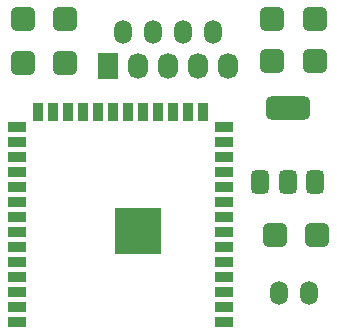
<source format=gts>
G04 #@! TF.GenerationSoftware,KiCad,Pcbnew,8.0.6-8.0.6-0~ubuntu24.04.1*
G04 #@! TF.CreationDate,2024-10-30T09:26:46+01:00*
G04 #@! TF.ProjectId,clock_pcb,636c6f63-6b5f-4706-9362-2e6b69636164,rev?*
G04 #@! TF.SameCoordinates,Original*
G04 #@! TF.FileFunction,Soldermask,Top*
G04 #@! TF.FilePolarity,Negative*
%FSLAX46Y46*%
G04 Gerber Fmt 4.6, Leading zero omitted, Abs format (unit mm)*
G04 Created by KiCad (PCBNEW 8.0.6-8.0.6-0~ubuntu24.04.1) date 2024-10-30 09:26:46*
%MOMM*%
%LPD*%
G01*
G04 APERTURE LIST*
G04 Aperture macros list*
%AMRoundRect*
0 Rectangle with rounded corners*
0 $1 Rounding radius*
0 $2 $3 $4 $5 $6 $7 $8 $9 X,Y pos of 4 corners*
0 Add a 4 corners polygon primitive as box body*
4,1,4,$2,$3,$4,$5,$6,$7,$8,$9,$2,$3,0*
0 Add four circle primitives for the rounded corners*
1,1,$1+$1,$2,$3*
1,1,$1+$1,$4,$5*
1,1,$1+$1,$6,$7*
1,1,$1+$1,$8,$9*
0 Add four rect primitives between the rounded corners*
20,1,$1+$1,$2,$3,$4,$5,0*
20,1,$1+$1,$4,$5,$6,$7,0*
20,1,$1+$1,$6,$7,$8,$9,0*
20,1,$1+$1,$8,$9,$2,$3,0*%
G04 Aperture macros list end*
%ADD10RoundRect,0.384616X-0.615384X-0.615384X0.615384X-0.615384X0.615384X0.615384X-0.615384X0.615384X0*%
%ADD11R,1.500000X0.900000*%
%ADD12R,0.900000X1.500000*%
%ADD13C,1.700000*%
%ADD14C,2.000000*%
%ADD15R,3.900000X3.900000*%
%ADD16R,1.700000X2.200000*%
%ADD17O,1.700000X2.200000*%
%ADD18RoundRect,0.384616X0.615384X0.615384X-0.615384X0.615384X-0.615384X-0.615384X0.615384X-0.615384X0*%
%ADD19RoundRect,0.375000X0.375000X-0.625000X0.375000X0.625000X-0.375000X0.625000X-0.375000X-0.625000X0*%
%ADD20RoundRect,0.500000X1.400000X-0.500000X1.400000X0.500000X-1.400000X0.500000X-1.400000X-0.500000X0*%
%ADD21O,1.524000X2.000000*%
G04 APERTURE END LIST*
D10*
X122600000Y-104650000D03*
X126200000Y-104650000D03*
D11*
X118485000Y-126700000D03*
X118485000Y-125430000D03*
X118485000Y-124160000D03*
X118485000Y-122890000D03*
X118485000Y-121620000D03*
X118485000Y-120350000D03*
X118485000Y-119080000D03*
X118485000Y-117810000D03*
X118485000Y-116540000D03*
X118485000Y-115270000D03*
X118485000Y-114000000D03*
X118485000Y-112730000D03*
X118485000Y-111460000D03*
X118485000Y-110190000D03*
D12*
X116720000Y-108940000D03*
X115450000Y-108940000D03*
X114180000Y-108940000D03*
X112910000Y-108940000D03*
X111640000Y-108940000D03*
X110370000Y-108940000D03*
X109100000Y-108940000D03*
X107830000Y-108940000D03*
X106560000Y-108940000D03*
X105290000Y-108940000D03*
X104020000Y-108940000D03*
X102750000Y-108940000D03*
D11*
X100985000Y-110190000D03*
X100985000Y-111460000D03*
X100985000Y-112730000D03*
X100985000Y-114000000D03*
X100985000Y-115270000D03*
X100985000Y-116540000D03*
X100985000Y-117810000D03*
X100985000Y-119080000D03*
X100985000Y-120350000D03*
X100985000Y-121620000D03*
X100985000Y-122890000D03*
X100985000Y-124160000D03*
X100985000Y-125430000D03*
X100985000Y-126700000D03*
D13*
X112305000Y-120030000D03*
D14*
X112075000Y-118110000D03*
D15*
X111235000Y-118980000D03*
D14*
X110375000Y-119870000D03*
D13*
X110155000Y-117900000D03*
D16*
X108680000Y-105050000D03*
D17*
X111220000Y-105050000D03*
X113760000Y-105050000D03*
X116300000Y-105050000D03*
X118840000Y-105050000D03*
D18*
X105100000Y-104800000D03*
X101500000Y-104800000D03*
D10*
X122800000Y-119400000D03*
X126400000Y-119400000D03*
X101500000Y-101100000D03*
X105100000Y-101100000D03*
D19*
X121600000Y-114900000D03*
X123900000Y-114900000D03*
D20*
X123900000Y-108600000D03*
D19*
X126200000Y-114900000D03*
D21*
X123210000Y-124300000D03*
X125750000Y-124300000D03*
D18*
X126200000Y-101100000D03*
X122600000Y-101100000D03*
D21*
X117560000Y-102200000D03*
X115020000Y-102200000D03*
X112480000Y-102200000D03*
X109940000Y-102200000D03*
M02*

</source>
